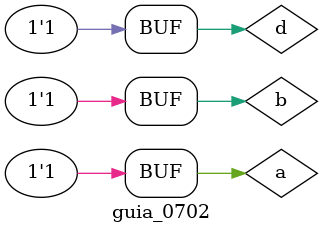
<source format=v>
module exp_3a (output s, input a, input b, input d);
    assign s = (~a & d) | (a & ~b);
endmodule

module guia_0702;
    reg a, b, d;
    wire s;

    exp_3a moduloC (s, a, b, d);

    initial
    begin
        $display("recuperacao 3a - Izadora Galarza Alves");
        $display(" a b d | s");
        $monitor(" %b %b %b | %b", a, b, d, s);

        a = 0; b = 0; d = 0; #1;
        a = 0; b = 1; d = 1; #1;
        a = 1; b = 0; d = 0; #1;
        a = 1; b = 1; d = 1; #1;
    end
endmodule

</source>
